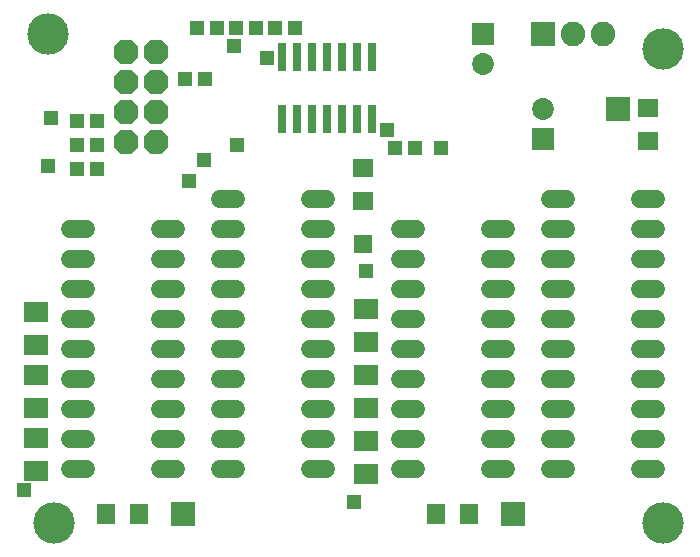
<source format=gts>
G75*
%MOIN*%
%OFA0B0*%
%FSLAX24Y24*%
%IPPOS*%
%LPD*%
%AMOC8*
5,1,8,0,0,1.08239X$1,22.5*
%
%ADD10R,0.0789X0.0710*%
%ADD11C,0.0600*%
%ADD12R,0.0316X0.0946*%
%ADD13R,0.0820X0.0820*%
%ADD14C,0.0820*%
%ADD15C,0.1380*%
%ADD16OC8,0.0820*%
%ADD17R,0.0710X0.0631*%
%ADD18R,0.0631X0.0710*%
%ADD19C,0.0730*%
%ADD20R,0.0730X0.0730*%
%ADD21R,0.0513X0.0474*%
%ADD22R,0.0789X0.0789*%
%ADD23R,0.0611X0.0611*%
%ADD24R,0.0476X0.0476*%
D10*
X001200Y003429D03*
X001200Y004531D03*
X001200Y005529D03*
X001200Y006631D03*
X001200Y007629D03*
X001200Y008731D03*
X012200Y008831D03*
X012200Y007729D03*
X012200Y006631D03*
X012200Y005529D03*
X012200Y004431D03*
X012200Y003329D03*
D11*
X013340Y003480D02*
X013860Y003480D01*
X013860Y004480D02*
X013340Y004480D01*
X013340Y005480D02*
X013860Y005480D01*
X013860Y006480D02*
X013340Y006480D01*
X013340Y007480D02*
X013860Y007480D01*
X013860Y008480D02*
X013340Y008480D01*
X013340Y009480D02*
X013860Y009480D01*
X013860Y010480D02*
X013340Y010480D01*
X013340Y011480D02*
X013860Y011480D01*
X016340Y011480D02*
X016860Y011480D01*
X016860Y010480D02*
X016340Y010480D01*
X016340Y009480D02*
X016860Y009480D01*
X016860Y008480D02*
X016340Y008480D01*
X016340Y007480D02*
X016860Y007480D01*
X016860Y006480D02*
X016340Y006480D01*
X016340Y005480D02*
X016860Y005480D01*
X016860Y004480D02*
X016340Y004480D01*
X016340Y003480D02*
X016860Y003480D01*
X018340Y003480D02*
X018860Y003480D01*
X018860Y004480D02*
X018340Y004480D01*
X018340Y005480D02*
X018860Y005480D01*
X018860Y006480D02*
X018340Y006480D01*
X018340Y007480D02*
X018860Y007480D01*
X018860Y008480D02*
X018340Y008480D01*
X018340Y009480D02*
X018860Y009480D01*
X018860Y010480D02*
X018340Y010480D01*
X018340Y011480D02*
X018860Y011480D01*
X018860Y012480D02*
X018340Y012480D01*
X021340Y012480D02*
X021860Y012480D01*
X021860Y011480D02*
X021340Y011480D01*
X021340Y010480D02*
X021860Y010480D01*
X021860Y009480D02*
X021340Y009480D01*
X021340Y008480D02*
X021860Y008480D01*
X021860Y007480D02*
X021340Y007480D01*
X021340Y006480D02*
X021860Y006480D01*
X021860Y005480D02*
X021340Y005480D01*
X021340Y004480D02*
X021860Y004480D01*
X021860Y003480D02*
X021340Y003480D01*
X010860Y003480D02*
X010340Y003480D01*
X010340Y004480D02*
X010860Y004480D01*
X010860Y005480D02*
X010340Y005480D01*
X010340Y006480D02*
X010860Y006480D01*
X010860Y007480D02*
X010340Y007480D01*
X010340Y008480D02*
X010860Y008480D01*
X010860Y009480D02*
X010340Y009480D01*
X010340Y010480D02*
X010860Y010480D01*
X010860Y011480D02*
X010340Y011480D01*
X010340Y012480D02*
X010860Y012480D01*
X007860Y012480D02*
X007340Y012480D01*
X007340Y011480D02*
X007860Y011480D01*
X007860Y010480D02*
X007340Y010480D01*
X007340Y009480D02*
X007860Y009480D01*
X007860Y008480D02*
X007340Y008480D01*
X007340Y007480D02*
X007860Y007480D01*
X007860Y006480D02*
X007340Y006480D01*
X007340Y005480D02*
X007860Y005480D01*
X007860Y004480D02*
X007340Y004480D01*
X007340Y003480D02*
X007860Y003480D01*
X005860Y003480D02*
X005340Y003480D01*
X005340Y004480D02*
X005860Y004480D01*
X005860Y005480D02*
X005340Y005480D01*
X005340Y006480D02*
X005860Y006480D01*
X005860Y007480D02*
X005340Y007480D01*
X005340Y008480D02*
X005860Y008480D01*
X005860Y009480D02*
X005340Y009480D01*
X005340Y010480D02*
X005860Y010480D01*
X005860Y011480D02*
X005340Y011480D01*
X002860Y011480D02*
X002340Y011480D01*
X002340Y010480D02*
X002860Y010480D01*
X002860Y009480D02*
X002340Y009480D01*
X002340Y008480D02*
X002860Y008480D01*
X002860Y007480D02*
X002340Y007480D01*
X002340Y006480D02*
X002860Y006480D01*
X002860Y005480D02*
X002340Y005480D01*
X002340Y004480D02*
X002860Y004480D01*
X002860Y003480D02*
X002340Y003480D01*
D12*
X009400Y015156D03*
X009900Y015156D03*
X010400Y015156D03*
X010900Y015156D03*
X011400Y015156D03*
X011900Y015156D03*
X012400Y015156D03*
X012400Y017204D03*
X011900Y017204D03*
X011400Y017204D03*
X010900Y017204D03*
X010400Y017204D03*
X009900Y017204D03*
X009400Y017204D03*
D13*
X018100Y017980D03*
D14*
X019100Y017980D03*
X020100Y017980D03*
D15*
X001800Y001680D03*
X001600Y017980D03*
X022100Y017480D03*
X022100Y001680D03*
D16*
X005200Y014380D03*
X005200Y015380D03*
X005200Y016380D03*
X005200Y017380D03*
X004200Y017380D03*
X004200Y016380D03*
X004200Y015380D03*
X004200Y014380D03*
D17*
X012100Y013531D03*
X012100Y012429D03*
X021600Y014429D03*
X021600Y015531D03*
D18*
X015651Y001980D03*
X014549Y001980D03*
X004651Y001980D03*
X003549Y001980D03*
D19*
X018100Y015480D03*
X016100Y016980D03*
D20*
X016100Y017980D03*
X018100Y014480D03*
D21*
X013835Y014180D03*
X013165Y014180D03*
X009835Y018180D03*
X009165Y018180D03*
X008535Y018180D03*
X007865Y018180D03*
X007235Y018180D03*
X006565Y018180D03*
X006835Y016480D03*
X006165Y016480D03*
X003235Y015080D03*
X002565Y015080D03*
X002565Y014280D03*
X003235Y014280D03*
X003235Y013480D03*
X002565Y013480D03*
D22*
X006100Y001980D03*
X017100Y001980D03*
X020600Y015480D03*
D23*
X012100Y010980D03*
D24*
X012200Y010080D03*
X014700Y014180D03*
X012900Y014780D03*
X008900Y017180D03*
X007800Y017580D03*
X007900Y014280D03*
X006800Y013780D03*
X006300Y013080D03*
X001700Y015180D03*
X001600Y013580D03*
X000800Y002780D03*
X011800Y002380D03*
M02*

</source>
